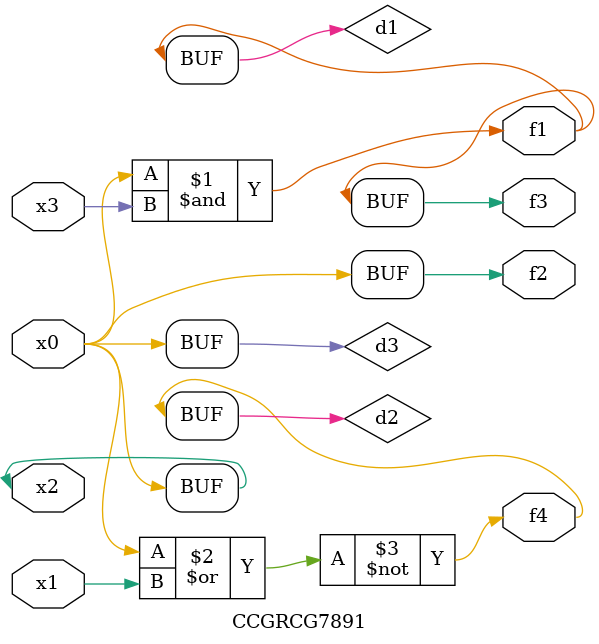
<source format=v>
module CCGRCG7891(
	input x0, x1, x2, x3,
	output f1, f2, f3, f4
);

	wire d1, d2, d3;

	and (d1, x2, x3);
	nor (d2, x0, x1);
	buf (d3, x0, x2);
	assign f1 = d1;
	assign f2 = d3;
	assign f3 = d1;
	assign f4 = d2;
endmodule

</source>
